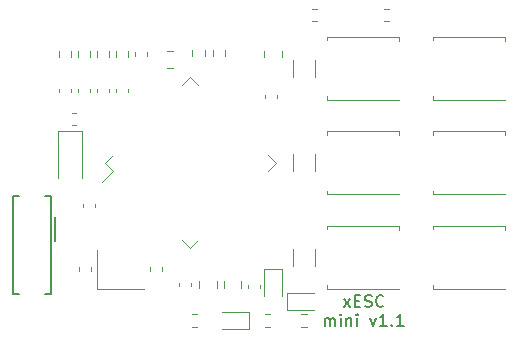
<source format=gto>
G04 #@! TF.GenerationSoftware,KiCad,Pcbnew,8.0.4+1*
G04 #@! TF.CreationDate,2024-10-07T15:19:18+00:00*
G04 #@! TF.ProjectId,xESC2,78455343-322e-46b6-9963-61645f706362,rev?*
G04 #@! TF.SameCoordinates,Original*
G04 #@! TF.FileFunction,Legend,Top*
G04 #@! TF.FilePolarity,Positive*
%FSLAX46Y46*%
G04 Gerber Fmt 4.6, Leading zero omitted, Abs format (unit mm)*
G04 Created by KiCad (PCBNEW 8.0.4+1) date 2024-10-07 15:19:18*
%MOMM*%
%LPD*%
G01*
G04 APERTURE LIST*
%ADD10C,0.150000*%
%ADD11C,0.120000*%
%ADD12R,0.850000X0.500000*%
%ADD13R,1.200000X0.900000*%
%ADD14R,1.400000X1.200000*%
%ADD15R,0.840000X0.840000*%
%ADD16C,0.840000*%
%ADD17O,1.850000X0.850000*%
%ADD18R,1.700000X1.700000*%
%ADD19O,1.700000X1.700000*%
G04 APERTURE END LIST*
D10*
X257409524Y-130599847D02*
X257933333Y-129933180D01*
X257409524Y-129933180D02*
X257933333Y-130599847D01*
X258314286Y-130076037D02*
X258647619Y-130076037D01*
X258790476Y-130599847D02*
X258314286Y-130599847D01*
X258314286Y-130599847D02*
X258314286Y-129599847D01*
X258314286Y-129599847D02*
X258790476Y-129599847D01*
X259171429Y-130552228D02*
X259314286Y-130599847D01*
X259314286Y-130599847D02*
X259552381Y-130599847D01*
X259552381Y-130599847D02*
X259647619Y-130552228D01*
X259647619Y-130552228D02*
X259695238Y-130504608D01*
X259695238Y-130504608D02*
X259742857Y-130409370D01*
X259742857Y-130409370D02*
X259742857Y-130314132D01*
X259742857Y-130314132D02*
X259695238Y-130218894D01*
X259695238Y-130218894D02*
X259647619Y-130171275D01*
X259647619Y-130171275D02*
X259552381Y-130123656D01*
X259552381Y-130123656D02*
X259361905Y-130076037D01*
X259361905Y-130076037D02*
X259266667Y-130028418D01*
X259266667Y-130028418D02*
X259219048Y-129980799D01*
X259219048Y-129980799D02*
X259171429Y-129885561D01*
X259171429Y-129885561D02*
X259171429Y-129790323D01*
X259171429Y-129790323D02*
X259219048Y-129695085D01*
X259219048Y-129695085D02*
X259266667Y-129647466D01*
X259266667Y-129647466D02*
X259361905Y-129599847D01*
X259361905Y-129599847D02*
X259600000Y-129599847D01*
X259600000Y-129599847D02*
X259742857Y-129647466D01*
X260742857Y-130504608D02*
X260695238Y-130552228D01*
X260695238Y-130552228D02*
X260552381Y-130599847D01*
X260552381Y-130599847D02*
X260457143Y-130599847D01*
X260457143Y-130599847D02*
X260314286Y-130552228D01*
X260314286Y-130552228D02*
X260219048Y-130456989D01*
X260219048Y-130456989D02*
X260171429Y-130361751D01*
X260171429Y-130361751D02*
X260123810Y-130171275D01*
X260123810Y-130171275D02*
X260123810Y-130028418D01*
X260123810Y-130028418D02*
X260171429Y-129837942D01*
X260171429Y-129837942D02*
X260219048Y-129742704D01*
X260219048Y-129742704D02*
X260314286Y-129647466D01*
X260314286Y-129647466D02*
X260457143Y-129599847D01*
X260457143Y-129599847D02*
X260552381Y-129599847D01*
X260552381Y-129599847D02*
X260695238Y-129647466D01*
X260695238Y-129647466D02*
X260742857Y-129695085D01*
X255790477Y-132209791D02*
X255790477Y-131543124D01*
X255790477Y-131638362D02*
X255838096Y-131590743D01*
X255838096Y-131590743D02*
X255933334Y-131543124D01*
X255933334Y-131543124D02*
X256076191Y-131543124D01*
X256076191Y-131543124D02*
X256171429Y-131590743D01*
X256171429Y-131590743D02*
X256219048Y-131685981D01*
X256219048Y-131685981D02*
X256219048Y-132209791D01*
X256219048Y-131685981D02*
X256266667Y-131590743D01*
X256266667Y-131590743D02*
X256361905Y-131543124D01*
X256361905Y-131543124D02*
X256504762Y-131543124D01*
X256504762Y-131543124D02*
X256600001Y-131590743D01*
X256600001Y-131590743D02*
X256647620Y-131685981D01*
X256647620Y-131685981D02*
X256647620Y-132209791D01*
X257123810Y-132209791D02*
X257123810Y-131543124D01*
X257123810Y-131209791D02*
X257076191Y-131257410D01*
X257076191Y-131257410D02*
X257123810Y-131305029D01*
X257123810Y-131305029D02*
X257171429Y-131257410D01*
X257171429Y-131257410D02*
X257123810Y-131209791D01*
X257123810Y-131209791D02*
X257123810Y-131305029D01*
X257600000Y-131543124D02*
X257600000Y-132209791D01*
X257600000Y-131638362D02*
X257647619Y-131590743D01*
X257647619Y-131590743D02*
X257742857Y-131543124D01*
X257742857Y-131543124D02*
X257885714Y-131543124D01*
X257885714Y-131543124D02*
X257980952Y-131590743D01*
X257980952Y-131590743D02*
X258028571Y-131685981D01*
X258028571Y-131685981D02*
X258028571Y-132209791D01*
X258504762Y-132209791D02*
X258504762Y-131543124D01*
X258504762Y-131209791D02*
X258457143Y-131257410D01*
X258457143Y-131257410D02*
X258504762Y-131305029D01*
X258504762Y-131305029D02*
X258552381Y-131257410D01*
X258552381Y-131257410D02*
X258504762Y-131209791D01*
X258504762Y-131209791D02*
X258504762Y-131305029D01*
X259647619Y-131543124D02*
X259885714Y-132209791D01*
X259885714Y-132209791D02*
X260123809Y-131543124D01*
X261028571Y-132209791D02*
X260457143Y-132209791D01*
X260742857Y-132209791D02*
X260742857Y-131209791D01*
X260742857Y-131209791D02*
X260647619Y-131352648D01*
X260647619Y-131352648D02*
X260552381Y-131447886D01*
X260552381Y-131447886D02*
X260457143Y-131495505D01*
X261457143Y-132114552D02*
X261504762Y-132162172D01*
X261504762Y-132162172D02*
X261457143Y-132209791D01*
X261457143Y-132209791D02*
X261409524Y-132162172D01*
X261409524Y-132162172D02*
X261457143Y-132114552D01*
X261457143Y-132114552D02*
X261457143Y-132209791D01*
X262457142Y-132209791D02*
X261885714Y-132209791D01*
X262171428Y-132209791D02*
X262171428Y-131209791D01*
X262171428Y-131209791D02*
X262076190Y-131352648D01*
X262076190Y-131352648D02*
X261980952Y-131447886D01*
X261980952Y-131447886D02*
X261885714Y-131495505D01*
D11*
X234990000Y-127540580D02*
X234990000Y-127259420D01*
X236010000Y-127540580D02*
X236010000Y-127259420D01*
X240990000Y-127259420D02*
X240990000Y-127540580D01*
X242010000Y-127259420D02*
X242010000Y-127540580D01*
X234690580Y-114190000D02*
X234409420Y-114190000D01*
X234690580Y-115210000D02*
X234409420Y-115210000D01*
X250665000Y-108938748D02*
X250665000Y-109461252D01*
X252135000Y-108938748D02*
X252135000Y-109461252D01*
X243450000Y-128559420D02*
X243450000Y-128840580D01*
X244470000Y-128559420D02*
X244470000Y-128840580D01*
X247225000Y-128971252D02*
X247225000Y-128448748D01*
X248695000Y-128971252D02*
X248695000Y-128448748D01*
X250690000Y-112940580D02*
X250690000Y-112659420D01*
X251710000Y-112940580D02*
X251710000Y-112659420D01*
X235290000Y-121859420D02*
X235290000Y-122140580D01*
X236310000Y-121859420D02*
X236310000Y-122140580D01*
X249290000Y-128759420D02*
X249290000Y-129040580D01*
X250310000Y-128759420D02*
X250310000Y-129040580D01*
X245145000Y-128971252D02*
X245145000Y-128448748D01*
X246615000Y-128971252D02*
X246615000Y-128448748D01*
X253802742Y-131237500D02*
X254277258Y-131237500D01*
X253802742Y-132282500D02*
X254277258Y-132282500D01*
X252555000Y-129425000D02*
X252555000Y-130895000D01*
X252555000Y-130895000D02*
X254840000Y-130895000D01*
X254840000Y-129425000D02*
X252555000Y-129425000D01*
X250665000Y-127415000D02*
X250665000Y-129700000D01*
X252135000Y-127415000D02*
X250665000Y-127415000D01*
X252135000Y-129700000D02*
X252135000Y-127415000D01*
X247040000Y-132495000D02*
X249325000Y-132495000D01*
X249325000Y-131025000D02*
X247040000Y-131025000D01*
X249325000Y-132495000D02*
X249325000Y-131025000D01*
X250702742Y-131237500D02*
X251177258Y-131237500D01*
X250702742Y-132282500D02*
X251177258Y-132282500D01*
X244502742Y-131237500D02*
X244977258Y-131237500D01*
X244502742Y-132282500D02*
X244977258Y-132282500D01*
X254662742Y-105377500D02*
X255137258Y-105377500D01*
X254662742Y-106422500D02*
X255137258Y-106422500D01*
X260762742Y-105377500D02*
X261237258Y-105377500D01*
X260762742Y-106422500D02*
X261237258Y-106422500D01*
X237173369Y-118400000D02*
X237845120Y-119071751D01*
X237845120Y-117728249D02*
X237173369Y-118400000D01*
X237845120Y-119071751D02*
X236897597Y-120019275D01*
X243728249Y-111845120D02*
X244400000Y-111173369D01*
X244400000Y-111173369D02*
X245071751Y-111845120D01*
X244400000Y-125626631D02*
X243728249Y-124954880D01*
X245071751Y-124954880D02*
X244400000Y-125626631D01*
X250954880Y-119071751D02*
X251626631Y-118400000D01*
X251626631Y-118400000D02*
X250954880Y-117728249D01*
X253090000Y-127111252D02*
X253090000Y-125688748D01*
X254910000Y-127111252D02*
X254910000Y-125688748D01*
X253090000Y-119111252D02*
X253090000Y-117688748D01*
X254910000Y-119111252D02*
X254910000Y-117688748D01*
X255940000Y-123715000D02*
X262060000Y-123715000D01*
X255940000Y-124015000D02*
X255940000Y-123715000D01*
X255940000Y-128785000D02*
X255940000Y-129085000D01*
X255940000Y-129085000D02*
X262060000Y-129085000D01*
X262060000Y-124065000D02*
X262060000Y-123715000D01*
X255940000Y-115715000D02*
X262060000Y-115715000D01*
X255940000Y-116015000D02*
X255940000Y-115715000D01*
X255940000Y-120785000D02*
X255940000Y-121085000D01*
X255940000Y-121085000D02*
X262060000Y-121085000D01*
X262060000Y-116065000D02*
X262060000Y-115715000D01*
X255940000Y-107715000D02*
X262060000Y-107715000D01*
X255940000Y-108015000D02*
X255940000Y-107715000D01*
X255940000Y-112785000D02*
X255940000Y-113085000D01*
X255940000Y-113085000D02*
X262060000Y-113085000D01*
X262060000Y-108065000D02*
X262060000Y-107715000D01*
X233200000Y-115750000D02*
X233200000Y-119650000D01*
X235200000Y-115750000D02*
X233200000Y-115750000D01*
X235200000Y-115750000D02*
X235200000Y-119650000D01*
X244577500Y-109337258D02*
X244577500Y-108862742D01*
X245622500Y-109337258D02*
X245622500Y-108862742D01*
X246277500Y-109337258D02*
X246277500Y-108862742D01*
X247322500Y-109337258D02*
X247322500Y-108862742D01*
X264940000Y-107715000D02*
X271060000Y-107715000D01*
X264940000Y-108015000D02*
X264940000Y-107715000D01*
X264940000Y-112785000D02*
X264940000Y-113085000D01*
X264940000Y-113085000D02*
X271060000Y-113085000D01*
X271060000Y-108065000D02*
X271060000Y-107715000D01*
X264940000Y-115715000D02*
X271060000Y-115715000D01*
X264940000Y-116015000D02*
X264940000Y-115715000D01*
X264940000Y-120785000D02*
X264940000Y-121085000D01*
X264940000Y-121085000D02*
X271060000Y-121085000D01*
X271060000Y-116065000D02*
X271060000Y-115715000D01*
X264940000Y-123715000D02*
X271060000Y-123715000D01*
X264940000Y-124015000D02*
X264940000Y-123715000D01*
X264940000Y-128785000D02*
X264940000Y-129085000D01*
X264940000Y-129085000D02*
X271060000Y-129085000D01*
X271060000Y-124065000D02*
X271060000Y-123715000D01*
X253090000Y-111111252D02*
X253090000Y-109688748D01*
X254910000Y-111111252D02*
X254910000Y-109688748D01*
X236500000Y-125750000D02*
X236500000Y-129050000D01*
X236500000Y-129050000D02*
X240500000Y-129050000D01*
X242388748Y-108915000D02*
X242911252Y-108915000D01*
X242388748Y-110385000D02*
X242911252Y-110385000D01*
X239690000Y-109340580D02*
X239690000Y-109059420D01*
X240710000Y-109340580D02*
X240710000Y-109059420D01*
X234877500Y-108962742D02*
X234877500Y-109437258D01*
X235922500Y-108962742D02*
X235922500Y-109437258D01*
X236477500Y-108962742D02*
X236477500Y-109437258D01*
X237522500Y-108962742D02*
X237522500Y-109437258D01*
X233290000Y-112159420D02*
X233290000Y-112440580D01*
X234310000Y-112159420D02*
X234310000Y-112440580D01*
X234890000Y-112159420D02*
X234890000Y-112440580D01*
X235910000Y-112159420D02*
X235910000Y-112440580D01*
X236490000Y-112159420D02*
X236490000Y-112440580D01*
X237510000Y-112159420D02*
X237510000Y-112440580D01*
X238077500Y-108962742D02*
X238077500Y-109437258D01*
X239122500Y-108962742D02*
X239122500Y-109437258D01*
X233277500Y-108962742D02*
X233277500Y-109437258D01*
X234322500Y-108962742D02*
X234322500Y-109437258D01*
X238090000Y-112159420D02*
X238090000Y-112440580D01*
X239110000Y-112159420D02*
X239110000Y-112440580D01*
D10*
X229400000Y-121175000D02*
X229400000Y-129475000D01*
X229400000Y-129475000D02*
X229875000Y-129475000D01*
X229875000Y-121175000D02*
X229400000Y-121175000D01*
X232125000Y-121175000D02*
X232600000Y-121175000D01*
X232600000Y-121175000D02*
X232600000Y-129475000D01*
X232600000Y-129475000D02*
X232125000Y-129475000D01*
X232900000Y-123025000D02*
X232900000Y-125025000D01*
%LPC*%
G36*
G01*
X235750000Y-128625000D02*
X235250000Y-128625000D01*
G75*
G02*
X235025000Y-128400000I0J225000D01*
G01*
X235025000Y-127950000D01*
G75*
G02*
X235250000Y-127725000I225000J0D01*
G01*
X235750000Y-127725000D01*
G75*
G02*
X235975000Y-127950000I0J-225000D01*
G01*
X235975000Y-128400000D01*
G75*
G02*
X235750000Y-128625000I-225000J0D01*
G01*
G37*
G36*
G01*
X235750000Y-127075000D02*
X235250000Y-127075000D01*
G75*
G02*
X235025000Y-126850000I0J225000D01*
G01*
X235025000Y-126400000D01*
G75*
G02*
X235250000Y-126175000I225000J0D01*
G01*
X235750000Y-126175000D01*
G75*
G02*
X235975000Y-126400000I0J-225000D01*
G01*
X235975000Y-126850000D01*
G75*
G02*
X235750000Y-127075000I-225000J0D01*
G01*
G37*
G36*
G01*
X241250000Y-126175000D02*
X241750000Y-126175000D01*
G75*
G02*
X241975000Y-126400000I0J-225000D01*
G01*
X241975000Y-126850000D01*
G75*
G02*
X241750000Y-127075000I-225000J0D01*
G01*
X241250000Y-127075000D01*
G75*
G02*
X241025000Y-126850000I0J225000D01*
G01*
X241025000Y-126400000D01*
G75*
G02*
X241250000Y-126175000I225000J0D01*
G01*
G37*
G36*
G01*
X241250000Y-127725000D02*
X241750000Y-127725000D01*
G75*
G02*
X241975000Y-127950000I0J-225000D01*
G01*
X241975000Y-128400000D01*
G75*
G02*
X241750000Y-128625000I-225000J0D01*
G01*
X241250000Y-128625000D01*
G75*
G02*
X241025000Y-128400000I0J225000D01*
G01*
X241025000Y-127950000D01*
G75*
G02*
X241250000Y-127725000I225000J0D01*
G01*
G37*
G36*
G01*
X235775000Y-114450000D02*
X235775000Y-114950000D01*
G75*
G02*
X235550000Y-115175000I-225000J0D01*
G01*
X235100000Y-115175000D01*
G75*
G02*
X234875000Y-114950000I0J225000D01*
G01*
X234875000Y-114450000D01*
G75*
G02*
X235100000Y-114225000I225000J0D01*
G01*
X235550000Y-114225000D01*
G75*
G02*
X235775000Y-114450000I0J-225000D01*
G01*
G37*
G36*
G01*
X234225000Y-114450000D02*
X234225000Y-114950000D01*
G75*
G02*
X234000000Y-115175000I-225000J0D01*
G01*
X233550000Y-115175000D01*
G75*
G02*
X233325000Y-114950000I0J225000D01*
G01*
X233325000Y-114450000D01*
G75*
G02*
X233550000Y-114225000I225000J0D01*
G01*
X234000000Y-114225000D01*
G75*
G02*
X234225000Y-114450000I0J-225000D01*
G01*
G37*
G36*
G01*
X250925000Y-107750000D02*
X251875000Y-107750000D01*
G75*
G02*
X252125000Y-108000000I0J-250000D01*
G01*
X252125000Y-108500000D01*
G75*
G02*
X251875000Y-108750000I-250000J0D01*
G01*
X250925000Y-108750000D01*
G75*
G02*
X250675000Y-108500000I0J250000D01*
G01*
X250675000Y-108000000D01*
G75*
G02*
X250925000Y-107750000I250000J0D01*
G01*
G37*
G36*
G01*
X250925000Y-109650000D02*
X251875000Y-109650000D01*
G75*
G02*
X252125000Y-109900000I0J-250000D01*
G01*
X252125000Y-110400000D01*
G75*
G02*
X251875000Y-110650000I-250000J0D01*
G01*
X250925000Y-110650000D01*
G75*
G02*
X250675000Y-110400000I0J250000D01*
G01*
X250675000Y-109900000D01*
G75*
G02*
X250925000Y-109650000I250000J0D01*
G01*
G37*
G36*
G01*
X243710000Y-127475000D02*
X244210000Y-127475000D01*
G75*
G02*
X244435000Y-127700000I0J-225000D01*
G01*
X244435000Y-128150000D01*
G75*
G02*
X244210000Y-128375000I-225000J0D01*
G01*
X243710000Y-128375000D01*
G75*
G02*
X243485000Y-128150000I0J225000D01*
G01*
X243485000Y-127700000D01*
G75*
G02*
X243710000Y-127475000I225000J0D01*
G01*
G37*
G36*
G01*
X243710000Y-129025000D02*
X244210000Y-129025000D01*
G75*
G02*
X244435000Y-129250000I0J-225000D01*
G01*
X244435000Y-129700000D01*
G75*
G02*
X244210000Y-129925000I-225000J0D01*
G01*
X243710000Y-129925000D01*
G75*
G02*
X243485000Y-129700000I0J225000D01*
G01*
X243485000Y-129250000D01*
G75*
G02*
X243710000Y-129025000I225000J0D01*
G01*
G37*
G36*
G01*
X248435000Y-130160000D02*
X247485000Y-130160000D01*
G75*
G02*
X247235000Y-129910000I0J250000D01*
G01*
X247235000Y-129410000D01*
G75*
G02*
X247485000Y-129160000I250000J0D01*
G01*
X248435000Y-129160000D01*
G75*
G02*
X248685000Y-129410000I0J-250000D01*
G01*
X248685000Y-129910000D01*
G75*
G02*
X248435000Y-130160000I-250000J0D01*
G01*
G37*
G36*
G01*
X248435000Y-128260000D02*
X247485000Y-128260000D01*
G75*
G02*
X247235000Y-128010000I0J250000D01*
G01*
X247235000Y-127510000D01*
G75*
G02*
X247485000Y-127260000I250000J0D01*
G01*
X248435000Y-127260000D01*
G75*
G02*
X248685000Y-127510000I0J-250000D01*
G01*
X248685000Y-128010000D01*
G75*
G02*
X248435000Y-128260000I-250000J0D01*
G01*
G37*
G36*
G01*
X251450000Y-114025000D02*
X250950000Y-114025000D01*
G75*
G02*
X250725000Y-113800000I0J225000D01*
G01*
X250725000Y-113350000D01*
G75*
G02*
X250950000Y-113125000I225000J0D01*
G01*
X251450000Y-113125000D01*
G75*
G02*
X251675000Y-113350000I0J-225000D01*
G01*
X251675000Y-113800000D01*
G75*
G02*
X251450000Y-114025000I-225000J0D01*
G01*
G37*
G36*
G01*
X251450000Y-112475000D02*
X250950000Y-112475000D01*
G75*
G02*
X250725000Y-112250000I0J225000D01*
G01*
X250725000Y-111800000D01*
G75*
G02*
X250950000Y-111575000I225000J0D01*
G01*
X251450000Y-111575000D01*
G75*
G02*
X251675000Y-111800000I0J-225000D01*
G01*
X251675000Y-112250000D01*
G75*
G02*
X251450000Y-112475000I-225000J0D01*
G01*
G37*
G36*
G01*
X235550000Y-120775000D02*
X236050000Y-120775000D01*
G75*
G02*
X236275000Y-121000000I0J-225000D01*
G01*
X236275000Y-121450000D01*
G75*
G02*
X236050000Y-121675000I-225000J0D01*
G01*
X235550000Y-121675000D01*
G75*
G02*
X235325000Y-121450000I0J225000D01*
G01*
X235325000Y-121000000D01*
G75*
G02*
X235550000Y-120775000I225000J0D01*
G01*
G37*
G36*
G01*
X235550000Y-122325000D02*
X236050000Y-122325000D01*
G75*
G02*
X236275000Y-122550000I0J-225000D01*
G01*
X236275000Y-123000000D01*
G75*
G02*
X236050000Y-123225000I-225000J0D01*
G01*
X235550000Y-123225000D01*
G75*
G02*
X235325000Y-123000000I0J225000D01*
G01*
X235325000Y-122550000D01*
G75*
G02*
X235550000Y-122325000I225000J0D01*
G01*
G37*
G36*
G01*
X249550000Y-127675000D02*
X250050000Y-127675000D01*
G75*
G02*
X250275000Y-127900000I0J-225000D01*
G01*
X250275000Y-128350000D01*
G75*
G02*
X250050000Y-128575000I-225000J0D01*
G01*
X249550000Y-128575000D01*
G75*
G02*
X249325000Y-128350000I0J225000D01*
G01*
X249325000Y-127900000D01*
G75*
G02*
X249550000Y-127675000I225000J0D01*
G01*
G37*
G36*
G01*
X249550000Y-129225000D02*
X250050000Y-129225000D01*
G75*
G02*
X250275000Y-129450000I0J-225000D01*
G01*
X250275000Y-129900000D01*
G75*
G02*
X250050000Y-130125000I-225000J0D01*
G01*
X249550000Y-130125000D01*
G75*
G02*
X249325000Y-129900000I0J225000D01*
G01*
X249325000Y-129450000D01*
G75*
G02*
X249550000Y-129225000I225000J0D01*
G01*
G37*
G36*
G01*
X246355000Y-130160000D02*
X245405000Y-130160000D01*
G75*
G02*
X245155000Y-129910000I0J250000D01*
G01*
X245155000Y-129410000D01*
G75*
G02*
X245405000Y-129160000I250000J0D01*
G01*
X246355000Y-129160000D01*
G75*
G02*
X246605000Y-129410000I0J-250000D01*
G01*
X246605000Y-129910000D01*
G75*
G02*
X246355000Y-130160000I-250000J0D01*
G01*
G37*
G36*
G01*
X246355000Y-128260000D02*
X245405000Y-128260000D01*
G75*
G02*
X245155000Y-128010000I0J250000D01*
G01*
X245155000Y-127510000D01*
G75*
G02*
X245405000Y-127260000I250000J0D01*
G01*
X246355000Y-127260000D01*
G75*
G02*
X246605000Y-127510000I0J-250000D01*
G01*
X246605000Y-128010000D01*
G75*
G02*
X246355000Y-128260000I-250000J0D01*
G01*
G37*
G36*
G01*
X252815000Y-132035000D02*
X252815000Y-131485000D01*
G75*
G02*
X253015000Y-131285000I200000J0D01*
G01*
X253415000Y-131285000D01*
G75*
G02*
X253615000Y-131485000I0J-200000D01*
G01*
X253615000Y-132035000D01*
G75*
G02*
X253415000Y-132235000I-200000J0D01*
G01*
X253015000Y-132235000D01*
G75*
G02*
X252815000Y-132035000I0J200000D01*
G01*
G37*
G36*
G01*
X254465000Y-132035000D02*
X254465000Y-131485000D01*
G75*
G02*
X254665000Y-131285000I200000J0D01*
G01*
X255065000Y-131285000D01*
G75*
G02*
X255265000Y-131485000I0J-200000D01*
G01*
X255265000Y-132035000D01*
G75*
G02*
X255065000Y-132235000I-200000J0D01*
G01*
X254665000Y-132235000D01*
G75*
G02*
X254465000Y-132035000I0J200000D01*
G01*
G37*
G36*
G01*
X252815000Y-130416250D02*
X252815000Y-129903750D01*
G75*
G02*
X253033750Y-129685000I218750J0D01*
G01*
X253471250Y-129685000D01*
G75*
G02*
X253690000Y-129903750I0J-218750D01*
G01*
X253690000Y-130416250D01*
G75*
G02*
X253471250Y-130635000I-218750J0D01*
G01*
X253033750Y-130635000D01*
G75*
G02*
X252815000Y-130416250I0J218750D01*
G01*
G37*
G36*
G01*
X254390000Y-130416250D02*
X254390000Y-129903750D01*
G75*
G02*
X254608750Y-129685000I218750J0D01*
G01*
X255046250Y-129685000D01*
G75*
G02*
X255265000Y-129903750I0J-218750D01*
G01*
X255265000Y-130416250D01*
G75*
G02*
X255046250Y-130635000I-218750J0D01*
G01*
X254608750Y-130635000D01*
G75*
G02*
X254390000Y-130416250I0J218750D01*
G01*
G37*
G36*
G01*
X251143750Y-127675000D02*
X251656250Y-127675000D01*
G75*
G02*
X251875000Y-127893750I0J-218750D01*
G01*
X251875000Y-128331250D01*
G75*
G02*
X251656250Y-128550000I-218750J0D01*
G01*
X251143750Y-128550000D01*
G75*
G02*
X250925000Y-128331250I0J218750D01*
G01*
X250925000Y-127893750D01*
G75*
G02*
X251143750Y-127675000I218750J0D01*
G01*
G37*
G36*
G01*
X251143750Y-129250000D02*
X251656250Y-129250000D01*
G75*
G02*
X251875000Y-129468750I0J-218750D01*
G01*
X251875000Y-129906250D01*
G75*
G02*
X251656250Y-130125000I-218750J0D01*
G01*
X251143750Y-130125000D01*
G75*
G02*
X250925000Y-129906250I0J218750D01*
G01*
X250925000Y-129468750D01*
G75*
G02*
X251143750Y-129250000I218750J0D01*
G01*
G37*
G36*
G01*
X249065000Y-131503750D02*
X249065000Y-132016250D01*
G75*
G02*
X248846250Y-132235000I-218750J0D01*
G01*
X248408750Y-132235000D01*
G75*
G02*
X248190000Y-132016250I0J218750D01*
G01*
X248190000Y-131503750D01*
G75*
G02*
X248408750Y-131285000I218750J0D01*
G01*
X248846250Y-131285000D01*
G75*
G02*
X249065000Y-131503750I0J-218750D01*
G01*
G37*
G36*
G01*
X247490000Y-131503750D02*
X247490000Y-132016250D01*
G75*
G02*
X247271250Y-132235000I-218750J0D01*
G01*
X246833750Y-132235000D01*
G75*
G02*
X246615000Y-132016250I0J218750D01*
G01*
X246615000Y-131503750D01*
G75*
G02*
X246833750Y-131285000I218750J0D01*
G01*
X247271250Y-131285000D01*
G75*
G02*
X247490000Y-131503750I0J-218750D01*
G01*
G37*
G36*
G01*
X249715000Y-132035000D02*
X249715000Y-131485000D01*
G75*
G02*
X249915000Y-131285000I200000J0D01*
G01*
X250315000Y-131285000D01*
G75*
G02*
X250515000Y-131485000I0J-200000D01*
G01*
X250515000Y-132035000D01*
G75*
G02*
X250315000Y-132235000I-200000J0D01*
G01*
X249915000Y-132235000D01*
G75*
G02*
X249715000Y-132035000I0J200000D01*
G01*
G37*
G36*
G01*
X251365000Y-132035000D02*
X251365000Y-131485000D01*
G75*
G02*
X251565000Y-131285000I200000J0D01*
G01*
X251965000Y-131285000D01*
G75*
G02*
X252165000Y-131485000I0J-200000D01*
G01*
X252165000Y-132035000D01*
G75*
G02*
X251965000Y-132235000I-200000J0D01*
G01*
X251565000Y-132235000D01*
G75*
G02*
X251365000Y-132035000I0J200000D01*
G01*
G37*
G36*
G01*
X243515000Y-132035000D02*
X243515000Y-131485000D01*
G75*
G02*
X243715000Y-131285000I200000J0D01*
G01*
X244115000Y-131285000D01*
G75*
G02*
X244315000Y-131485000I0J-200000D01*
G01*
X244315000Y-132035000D01*
G75*
G02*
X244115000Y-132235000I-200000J0D01*
G01*
X243715000Y-132235000D01*
G75*
G02*
X243515000Y-132035000I0J200000D01*
G01*
G37*
G36*
G01*
X245165000Y-132035000D02*
X245165000Y-131485000D01*
G75*
G02*
X245365000Y-131285000I200000J0D01*
G01*
X245765000Y-131285000D01*
G75*
G02*
X245965000Y-131485000I0J-200000D01*
G01*
X245965000Y-132035000D01*
G75*
G02*
X245765000Y-132235000I-200000J0D01*
G01*
X245365000Y-132235000D01*
G75*
G02*
X245165000Y-132035000I0J200000D01*
G01*
G37*
G36*
G01*
X253675000Y-106175000D02*
X253675000Y-105625000D01*
G75*
G02*
X253875000Y-105425000I200000J0D01*
G01*
X254275000Y-105425000D01*
G75*
G02*
X254475000Y-105625000I0J-200000D01*
G01*
X254475000Y-106175000D01*
G75*
G02*
X254275000Y-106375000I-200000J0D01*
G01*
X253875000Y-106375000D01*
G75*
G02*
X253675000Y-106175000I0J200000D01*
G01*
G37*
G36*
G01*
X255325000Y-106175000D02*
X255325000Y-105625000D01*
G75*
G02*
X255525000Y-105425000I200000J0D01*
G01*
X255925000Y-105425000D01*
G75*
G02*
X256125000Y-105625000I0J-200000D01*
G01*
X256125000Y-106175000D01*
G75*
G02*
X255925000Y-106375000I-200000J0D01*
G01*
X255525000Y-106375000D01*
G75*
G02*
X255325000Y-106175000I0J200000D01*
G01*
G37*
G36*
G01*
X259775000Y-106175000D02*
X259775000Y-105625000D01*
G75*
G02*
X259975000Y-105425000I200000J0D01*
G01*
X260375000Y-105425000D01*
G75*
G02*
X260575000Y-105625000I0J-200000D01*
G01*
X260575000Y-106175000D01*
G75*
G02*
X260375000Y-106375000I-200000J0D01*
G01*
X259975000Y-106375000D01*
G75*
G02*
X259775000Y-106175000I0J200000D01*
G01*
G37*
G36*
G01*
X261425000Y-106175000D02*
X261425000Y-105625000D01*
G75*
G02*
X261625000Y-105425000I200000J0D01*
G01*
X262025000Y-105425000D01*
G75*
G02*
X262225000Y-105625000I0J-200000D01*
G01*
X262225000Y-106175000D01*
G75*
G02*
X262025000Y-106375000I-200000J0D01*
G01*
X261625000Y-106375000D01*
G75*
G02*
X261425000Y-106175000I0J200000D01*
G01*
G37*
G36*
G01*
X237240544Y-120362222D02*
X237134478Y-120256156D01*
G75*
G02*
X237134478Y-120150090I53033J53033D01*
G01*
X238124428Y-119160140D01*
G75*
G02*
X238230494Y-119160140I53033J-53033D01*
G01*
X238336560Y-119266206D01*
G75*
G02*
X238336560Y-119372272I-53033J-53033D01*
G01*
X237346610Y-120362222D01*
G75*
G02*
X237240544Y-120362222I-53033J53033D01*
G01*
G37*
G36*
G01*
X237594097Y-120715775D02*
X237488031Y-120609709D01*
G75*
G02*
X237488031Y-120503643I53033J53033D01*
G01*
X238477981Y-119513693D01*
G75*
G02*
X238584047Y-119513693I53033J-53033D01*
G01*
X238690113Y-119619759D01*
G75*
G02*
X238690113Y-119725825I-53033J-53033D01*
G01*
X237700163Y-120715775D01*
G75*
G02*
X237594097Y-120715775I-53033J53033D01*
G01*
G37*
G36*
G01*
X237947650Y-121069328D02*
X237841584Y-120963262D01*
G75*
G02*
X237841584Y-120857196I53033J53033D01*
G01*
X238831534Y-119867246D01*
G75*
G02*
X238937600Y-119867246I53033J-53033D01*
G01*
X239043666Y-119973312D01*
G75*
G02*
X239043666Y-120079378I-53033J-53033D01*
G01*
X238053716Y-121069328D01*
G75*
G02*
X237947650Y-121069328I-53033J53033D01*
G01*
G37*
G36*
G01*
X238301204Y-121422882D02*
X238195138Y-121316816D01*
G75*
G02*
X238195138Y-121210750I53033J53033D01*
G01*
X239185088Y-120220800D01*
G75*
G02*
X239291154Y-120220800I53033J-53033D01*
G01*
X239397220Y-120326866D01*
G75*
G02*
X239397220Y-120432932I-53033J-53033D01*
G01*
X238407270Y-121422882D01*
G75*
G02*
X238301204Y-121422882I-53033J53033D01*
G01*
G37*
G36*
G01*
X238654757Y-121776435D02*
X238548691Y-121670369D01*
G75*
G02*
X238548691Y-121564303I53033J53033D01*
G01*
X239538641Y-120574353D01*
G75*
G02*
X239644707Y-120574353I53033J-53033D01*
G01*
X239750773Y-120680419D01*
G75*
G02*
X239750773Y-120786485I-53033J-53033D01*
G01*
X238760823Y-121776435D01*
G75*
G02*
X238654757Y-121776435I-53033J53033D01*
G01*
G37*
G36*
G01*
X239008311Y-122129989D02*
X238902245Y-122023923D01*
G75*
G02*
X238902245Y-121917857I53033J53033D01*
G01*
X239892195Y-120927907D01*
G75*
G02*
X239998261Y-120927907I53033J-53033D01*
G01*
X240104327Y-121033973D01*
G75*
G02*
X240104327Y-121140039I-53033J-53033D01*
G01*
X239114377Y-122129989D01*
G75*
G02*
X239008311Y-122129989I-53033J53033D01*
G01*
G37*
G36*
G01*
X239361864Y-122483542D02*
X239255798Y-122377476D01*
G75*
G02*
X239255798Y-122271410I53033J53033D01*
G01*
X240245748Y-121281460D01*
G75*
G02*
X240351814Y-121281460I53033J-53033D01*
G01*
X240457880Y-121387526D01*
G75*
G02*
X240457880Y-121493592I-53033J-53033D01*
G01*
X239467930Y-122483542D01*
G75*
G02*
X239361864Y-122483542I-53033J53033D01*
G01*
G37*
G36*
G01*
X239715417Y-122837095D02*
X239609351Y-122731029D01*
G75*
G02*
X239609351Y-122624963I53033J53033D01*
G01*
X240599301Y-121635013D01*
G75*
G02*
X240705367Y-121635013I53033J-53033D01*
G01*
X240811433Y-121741079D01*
G75*
G02*
X240811433Y-121847145I-53033J-53033D01*
G01*
X239821483Y-122837095D01*
G75*
G02*
X239715417Y-122837095I-53033J53033D01*
G01*
G37*
G36*
G01*
X240068971Y-123190649D02*
X239962905Y-123084583D01*
G75*
G02*
X239962905Y-122978517I53033J53033D01*
G01*
X240952855Y-121988567D01*
G75*
G02*
X241058921Y-121988567I53033J-53033D01*
G01*
X241164987Y-122094633D01*
G75*
G02*
X241164987Y-122200699I-53033J-53033D01*
G01*
X240175037Y-123190649D01*
G75*
G02*
X240068971Y-123190649I-53033J53033D01*
G01*
G37*
G36*
G01*
X240422524Y-123544202D02*
X240316458Y-123438136D01*
G75*
G02*
X240316458Y-123332070I53033J53033D01*
G01*
X241306408Y-122342120D01*
G75*
G02*
X241412474Y-122342120I53033J-53033D01*
G01*
X241518540Y-122448186D01*
G75*
G02*
X241518540Y-122554252I-53033J-53033D01*
G01*
X240528590Y-123544202D01*
G75*
G02*
X240422524Y-123544202I-53033J53033D01*
G01*
G37*
G36*
G01*
X240776077Y-123897755D02*
X240670011Y-123791689D01*
G75*
G02*
X240670011Y-123685623I53033J53033D01*
G01*
X241659961Y-122695673D01*
G75*
G02*
X241766027Y-122695673I53033J-53033D01*
G01*
X241872093Y-122801739D01*
G75*
G02*
X241872093Y-122907805I-53033J-53033D01*
G01*
X240882143Y-123897755D01*
G75*
G02*
X240776077Y-123897755I-53033J53033D01*
G01*
G37*
G36*
G01*
X241129631Y-124251309D02*
X241023565Y-124145243D01*
G75*
G02*
X241023565Y-124039177I53033J53033D01*
G01*
X242013515Y-123049227D01*
G75*
G02*
X242119581Y-123049227I53033J-53033D01*
G01*
X242225647Y-123155293D01*
G75*
G02*
X242225647Y-123261359I-53033J-53033D01*
G01*
X241235697Y-124251309D01*
G75*
G02*
X241129631Y-124251309I-53033J53033D01*
G01*
G37*
G36*
G01*
X241483184Y-124604862D02*
X241377118Y-124498796D01*
G75*
G02*
X241377118Y-124392730I53033J53033D01*
G01*
X242367068Y-123402780D01*
G75*
G02*
X242473134Y-123402780I53033J-53033D01*
G01*
X242579200Y-123508846D01*
G75*
G02*
X242579200Y-123614912I-53033J-53033D01*
G01*
X241589250Y-124604862D01*
G75*
G02*
X241483184Y-124604862I-53033J53033D01*
G01*
G37*
G36*
G01*
X241836738Y-124958416D02*
X241730672Y-124852350D01*
G75*
G02*
X241730672Y-124746284I53033J53033D01*
G01*
X242720622Y-123756334D01*
G75*
G02*
X242826688Y-123756334I53033J-53033D01*
G01*
X242932754Y-123862400D01*
G75*
G02*
X242932754Y-123968466I-53033J-53033D01*
G01*
X241942804Y-124958416D01*
G75*
G02*
X241836738Y-124958416I-53033J53033D01*
G01*
G37*
G36*
G01*
X242190291Y-125311969D02*
X242084225Y-125205903D01*
G75*
G02*
X242084225Y-125099837I53033J53033D01*
G01*
X243074175Y-124109887D01*
G75*
G02*
X243180241Y-124109887I53033J-53033D01*
G01*
X243286307Y-124215953D01*
G75*
G02*
X243286307Y-124322019I-53033J-53033D01*
G01*
X242296357Y-125311969D01*
G75*
G02*
X242190291Y-125311969I-53033J53033D01*
G01*
G37*
G36*
G01*
X242543844Y-125665522D02*
X242437778Y-125559456D01*
G75*
G02*
X242437778Y-125453390I53033J53033D01*
G01*
X243427728Y-124463440D01*
G75*
G02*
X243533794Y-124463440I53033J-53033D01*
G01*
X243639860Y-124569506D01*
G75*
G02*
X243639860Y-124675572I-53033J-53033D01*
G01*
X242649910Y-125665522D01*
G75*
G02*
X242543844Y-125665522I-53033J53033D01*
G01*
G37*
G36*
G01*
X246150090Y-125665522D02*
X245160140Y-124675572D01*
G75*
G02*
X245160140Y-124569506I53033J53033D01*
G01*
X245266206Y-124463440D01*
G75*
G02*
X245372272Y-124463440I53033J-53033D01*
G01*
X246362222Y-125453390D01*
G75*
G02*
X246362222Y-125559456I-53033J-53033D01*
G01*
X246256156Y-125665522D01*
G75*
G02*
X246150090Y-125665522I-53033J53033D01*
G01*
G37*
G36*
G01*
X246503643Y-125311969D02*
X245513693Y-124322019D01*
G75*
G02*
X245513693Y-124215953I53033J53033D01*
G01*
X245619759Y-124109887D01*
G75*
G02*
X245725825Y-124109887I53033J-53033D01*
G01*
X246715775Y-125099837D01*
G75*
G02*
X246715775Y-125205903I-53033J-53033D01*
G01*
X246609709Y-125311969D01*
G75*
G02*
X246503643Y-125311969I-53033J53033D01*
G01*
G37*
G36*
G01*
X246857196Y-124958416D02*
X245867246Y-123968466D01*
G75*
G02*
X245867246Y-123862400I53033J53033D01*
G01*
X245973312Y-123756334D01*
G75*
G02*
X246079378Y-123756334I53033J-53033D01*
G01*
X247069328Y-124746284D01*
G75*
G02*
X247069328Y-124852350I-53033J-53033D01*
G01*
X246963262Y-124958416D01*
G75*
G02*
X246857196Y-124958416I-53033J53033D01*
G01*
G37*
G36*
G01*
X247210750Y-124604862D02*
X246220800Y-123614912D01*
G75*
G02*
X246220800Y-123508846I53033J53033D01*
G01*
X246326866Y-123402780D01*
G75*
G02*
X246432932Y-123402780I53033J-53033D01*
G01*
X247422882Y-124392730D01*
G75*
G02*
X247422882Y-124498796I-53033J-53033D01*
G01*
X247316816Y-124604862D01*
G75*
G02*
X247210750Y-124604862I-53033J53033D01*
G01*
G37*
G36*
G01*
X247564303Y-124251309D02*
X246574353Y-123261359D01*
G75*
G02*
X246574353Y-123155293I53033J53033D01*
G01*
X246680419Y-123049227D01*
G75*
G02*
X246786485Y-123049227I53033J-53033D01*
G01*
X247776435Y-124039177D01*
G75*
G02*
X247776435Y-124145243I-53033J-53033D01*
G01*
X247670369Y-124251309D01*
G75*
G02*
X247564303Y-124251309I-53033J53033D01*
G01*
G37*
G36*
G01*
X247917857Y-123897755D02*
X246927907Y-122907805D01*
G75*
G02*
X246927907Y-122801739I53033J53033D01*
G01*
X247033973Y-122695673D01*
G75*
G02*
X247140039Y-122695673I53033J-53033D01*
G01*
X248129989Y-123685623D01*
G75*
G02*
X248129989Y-123791689I-53033J-53033D01*
G01*
X248023923Y-123897755D01*
G75*
G02*
X247917857Y-123897755I-53033J53033D01*
G01*
G37*
G36*
G01*
X248271410Y-123544202D02*
X247281460Y-122554252D01*
G75*
G02*
X247281460Y-122448186I53033J53033D01*
G01*
X247387526Y-122342120D01*
G75*
G02*
X247493592Y-122342120I53033J-53033D01*
G01*
X248483542Y-123332070D01*
G75*
G02*
X248483542Y-123438136I-53033J-53033D01*
G01*
X248377476Y-123544202D01*
G75*
G02*
X248271410Y-123544202I-53033J53033D01*
G01*
G37*
G36*
G01*
X248624963Y-123190649D02*
X247635013Y-122200699D01*
G75*
G02*
X247635013Y-122094633I53033J53033D01*
G01*
X247741079Y-121988567D01*
G75*
G02*
X247847145Y-121988567I53033J-53033D01*
G01*
X248837095Y-122978517D01*
G75*
G02*
X248837095Y-123084583I-53033J-53033D01*
G01*
X248731029Y-123190649D01*
G75*
G02*
X248624963Y-123190649I-53033J53033D01*
G01*
G37*
G36*
G01*
X248978517Y-122837095D02*
X247988567Y-121847145D01*
G75*
G02*
X247988567Y-121741079I53033J53033D01*
G01*
X248094633Y-121635013D01*
G75*
G02*
X248200699Y-121635013I53033J-53033D01*
G01*
X249190649Y-122624963D01*
G75*
G02*
X249190649Y-122731029I-53033J-53033D01*
G01*
X249084583Y-122837095D01*
G75*
G02*
X248978517Y-122837095I-53033J53033D01*
G01*
G37*
G36*
G01*
X249332070Y-122483542D02*
X248342120Y-121493592D01*
G75*
G02*
X248342120Y-121387526I53033J53033D01*
G01*
X248448186Y-121281460D01*
G75*
G02*
X248554252Y-121281460I53033J-53033D01*
G01*
X249544202Y-122271410D01*
G75*
G02*
X249544202Y-122377476I-53033J-53033D01*
G01*
X249438136Y-122483542D01*
G75*
G02*
X249332070Y-122483542I-53033J53033D01*
G01*
G37*
G36*
G01*
X249685623Y-122129989D02*
X248695673Y-121140039D01*
G75*
G02*
X248695673Y-121033973I53033J53033D01*
G01*
X248801739Y-120927907D01*
G75*
G02*
X248907805Y-120927907I53033J-53033D01*
G01*
X249897755Y-121917857D01*
G75*
G02*
X249897755Y-122023923I-53033J-53033D01*
G01*
X249791689Y-122129989D01*
G75*
G02*
X249685623Y-122129989I-53033J53033D01*
G01*
G37*
G36*
G01*
X250039177Y-121776435D02*
X249049227Y-120786485D01*
G75*
G02*
X249049227Y-120680419I53033J53033D01*
G01*
X249155293Y-120574353D01*
G75*
G02*
X249261359Y-120574353I53033J-53033D01*
G01*
X250251309Y-121564303D01*
G75*
G02*
X250251309Y-121670369I-53033J-53033D01*
G01*
X250145243Y-121776435D01*
G75*
G02*
X250039177Y-121776435I-53033J53033D01*
G01*
G37*
G36*
G01*
X250392730Y-121422882D02*
X249402780Y-120432932D01*
G75*
G02*
X249402780Y-120326866I53033J53033D01*
G01*
X249508846Y-120220800D01*
G75*
G02*
X249614912Y-120220800I53033J-53033D01*
G01*
X250604862Y-121210750D01*
G75*
G02*
X250604862Y-121316816I-53033J-53033D01*
G01*
X250498796Y-121422882D01*
G75*
G02*
X250392730Y-121422882I-53033J53033D01*
G01*
G37*
G36*
G01*
X250746284Y-121069328D02*
X249756334Y-120079378D01*
G75*
G02*
X249756334Y-119973312I53033J53033D01*
G01*
X249862400Y-119867246D01*
G75*
G02*
X249968466Y-119867246I53033J-53033D01*
G01*
X250958416Y-120857196D01*
G75*
G02*
X250958416Y-120963262I-53033J-53033D01*
G01*
X250852350Y-121069328D01*
G75*
G02*
X250746284Y-121069328I-53033J53033D01*
G01*
G37*
G36*
G01*
X251099837Y-120715775D02*
X250109887Y-119725825D01*
G75*
G02*
X250109887Y-119619759I53033J53033D01*
G01*
X250215953Y-119513693D01*
G75*
G02*
X250322019Y-119513693I53033J-53033D01*
G01*
X251311969Y-120503643D01*
G75*
G02*
X251311969Y-120609709I-53033J-53033D01*
G01*
X251205903Y-120715775D01*
G75*
G02*
X251099837Y-120715775I-53033J53033D01*
G01*
G37*
G36*
G01*
X251453390Y-120362222D02*
X250463440Y-119372272D01*
G75*
G02*
X250463440Y-119266206I53033J53033D01*
G01*
X250569506Y-119160140D01*
G75*
G02*
X250675572Y-119160140I53033J-53033D01*
G01*
X251665522Y-120150090D01*
G75*
G02*
X251665522Y-120256156I-53033J-53033D01*
G01*
X251559456Y-120362222D01*
G75*
G02*
X251453390Y-120362222I-53033J53033D01*
G01*
G37*
G36*
G01*
X250569506Y-117639860D02*
X250463440Y-117533794D01*
G75*
G02*
X250463440Y-117427728I53033J53033D01*
G01*
X251453390Y-116437778D01*
G75*
G02*
X251559456Y-116437778I53033J-53033D01*
G01*
X251665522Y-116543844D01*
G75*
G02*
X251665522Y-116649910I-53033J-53033D01*
G01*
X250675572Y-117639860D01*
G75*
G02*
X250569506Y-117639860I-53033J53033D01*
G01*
G37*
G36*
G01*
X250215953Y-117286307D02*
X250109887Y-117180241D01*
G75*
G02*
X250109887Y-117074175I53033J53033D01*
G01*
X251099837Y-116084225D01*
G75*
G02*
X251205903Y-116084225I53033J-53033D01*
G01*
X251311969Y-116190291D01*
G75*
G02*
X251311969Y-116296357I-53033J-53033D01*
G01*
X250322019Y-117286307D01*
G75*
G02*
X250215953Y-117286307I-53033J53033D01*
G01*
G37*
G36*
G01*
X249862400Y-116932754D02*
X249756334Y-116826688D01*
G75*
G02*
X249756334Y-116720622I53033J53033D01*
G01*
X250746284Y-115730672D01*
G75*
G02*
X250852350Y-115730672I53033J-53033D01*
G01*
X250958416Y-115836738D01*
G75*
G02*
X250958416Y-115942804I-53033J-53033D01*
G01*
X249968466Y-116932754D01*
G75*
G02*
X249862400Y-116932754I-53033J53033D01*
G01*
G37*
G36*
G01*
X249508846Y-116579200D02*
X249402780Y-116473134D01*
G75*
G02*
X249402780Y-116367068I53033J53033D01*
G01*
X250392730Y-115377118D01*
G75*
G02*
X250498796Y-115377118I53033J-53033D01*
G01*
X250604862Y-115483184D01*
G75*
G02*
X250604862Y-115589250I-53033J-53033D01*
G01*
X249614912Y-116579200D01*
G75*
G02*
X249508846Y-116579200I-53033J53033D01*
G01*
G37*
G36*
G01*
X249155293Y-116225647D02*
X249049227Y-116119581D01*
G75*
G02*
X249049227Y-116013515I53033J53033D01*
G01*
X250039177Y-115023565D01*
G75*
G02*
X250145243Y-115023565I53033J-53033D01*
G01*
X250251309Y-115129631D01*
G75*
G02*
X250251309Y-115235697I-53033J-53033D01*
G01*
X249261359Y-116225647D01*
G75*
G02*
X249155293Y-116225647I-53033J53033D01*
G01*
G37*
G36*
G01*
X248801739Y-115872093D02*
X248695673Y-115766027D01*
G75*
G02*
X248695673Y-115659961I53033J53033D01*
G01*
X249685623Y-114670011D01*
G75*
G02*
X249791689Y-114670011I53033J-53033D01*
G01*
X249897755Y-114776077D01*
G75*
G02*
X249897755Y-114882143I-53033J-53033D01*
G01*
X248907805Y-115872093D01*
G75*
G02*
X248801739Y-115872093I-53033J53033D01*
G01*
G37*
G36*
G01*
X248448186Y-115518540D02*
X248342120Y-115412474D01*
G75*
G02*
X248342120Y-115306408I53033J53033D01*
G01*
X249332070Y-114316458D01*
G75*
G02*
X249438136Y-114316458I53033J-53033D01*
G01*
X249544202Y-114422524D01*
G75*
G02*
X249544202Y-114528590I-53033J-53033D01*
G01*
X248554252Y-115518540D01*
G75*
G02*
X248448186Y-115518540I-53033J53033D01*
G01*
G37*
G36*
G01*
X248094633Y-115164987D02*
X247988567Y-115058921D01*
G75*
G02*
X247988567Y-114952855I53033J53033D01*
G01*
X248978517Y-113962905D01*
G75*
G02*
X249084583Y-113962905I53033J-53033D01*
G01*
X249190649Y-114068971D01*
G75*
G02*
X249190649Y-114175037I-53033J-53033D01*
G01*
X248200699Y-115164987D01*
G75*
G02*
X248094633Y-115164987I-53033J53033D01*
G01*
G37*
G36*
G01*
X247741079Y-114811433D02*
X247635013Y-114705367D01*
G75*
G02*
X247635013Y-114599301I53033J53033D01*
G01*
X248624963Y-113609351D01*
G75*
G02*
X248731029Y-113609351I53033J-53033D01*
G01*
X248837095Y-113715417D01*
G75*
G02*
X248837095Y-113821483I-53033J-53033D01*
G01*
X247847145Y-114811433D01*
G75*
G02*
X247741079Y-114811433I-53033J53033D01*
G01*
G37*
G36*
G01*
X247387526Y-114457880D02*
X247281460Y-114351814D01*
G75*
G02*
X247281460Y-114245748I53033J53033D01*
G01*
X248271410Y-113255798D01*
G75*
G02*
X248377476Y-113255798I53033J-53033D01*
G01*
X248483542Y-113361864D01*
G75*
G02*
X248483542Y-113467930I-53033J-53033D01*
G01*
X247493592Y-114457880D01*
G75*
G02*
X247387526Y-114457880I-53033J53033D01*
G01*
G37*
G36*
G01*
X247033973Y-114104327D02*
X246927907Y-113998261D01*
G75*
G02*
X246927907Y-113892195I53033J53033D01*
G01*
X247917857Y-112902245D01*
G75*
G02*
X248023923Y-112902245I53033J-53033D01*
G01*
X248129989Y-113008311D01*
G75*
G02*
X248129989Y-113114377I-53033J-53033D01*
G01*
X247140039Y-114104327D01*
G75*
G02*
X247033973Y-114104327I-53033J53033D01*
G01*
G37*
G36*
G01*
X246680419Y-113750773D02*
X246574353Y-113644707D01*
G75*
G02*
X246574353Y-113538641I53033J53033D01*
G01*
X247564303Y-112548691D01*
G75*
G02*
X247670369Y-112548691I53033J-53033D01*
G01*
X247776435Y-112654757D01*
G75*
G02*
X247776435Y-112760823I-53033J-53033D01*
G01*
X246786485Y-113750773D01*
G75*
G02*
X246680419Y-113750773I-53033J53033D01*
G01*
G37*
G36*
G01*
X246326866Y-113397220D02*
X246220800Y-113291154D01*
G75*
G02*
X246220800Y-113185088I53033J53033D01*
G01*
X247210750Y-112195138D01*
G75*
G02*
X247316816Y-112195138I53033J-53033D01*
G01*
X247422882Y-112301204D01*
G75*
G02*
X247422882Y-112407270I-53033J-53033D01*
G01*
X246432932Y-113397220D01*
G75*
G02*
X246326866Y-113397220I-53033J53033D01*
G01*
G37*
G36*
G01*
X245973312Y-113043666D02*
X245867246Y-112937600D01*
G75*
G02*
X245867246Y-112831534I53033J53033D01*
G01*
X246857196Y-111841584D01*
G75*
G02*
X246963262Y-111841584I53033J-53033D01*
G01*
X247069328Y-111947650D01*
G75*
G02*
X247069328Y-112053716I-53033J-53033D01*
G01*
X246079378Y-113043666D01*
G75*
G02*
X245973312Y-113043666I-53033J53033D01*
G01*
G37*
G36*
G01*
X245619759Y-112690113D02*
X245513693Y-112584047D01*
G75*
G02*
X245513693Y-112477981I53033J53033D01*
G01*
X246503643Y-111488031D01*
G75*
G02*
X246609709Y-111488031I53033J-53033D01*
G01*
X246715775Y-111594097D01*
G75*
G02*
X246715775Y-111700163I-53033J-53033D01*
G01*
X245725825Y-112690113D01*
G75*
G02*
X245619759Y-112690113I-53033J53033D01*
G01*
G37*
G36*
G01*
X245266206Y-112336560D02*
X245160140Y-112230494D01*
G75*
G02*
X245160140Y-112124428I53033J53033D01*
G01*
X246150090Y-111134478D01*
G75*
G02*
X246256156Y-111134478I53033J-53033D01*
G01*
X246362222Y-111240544D01*
G75*
G02*
X246362222Y-111346610I-53033J-53033D01*
G01*
X245372272Y-112336560D01*
G75*
G02*
X245266206Y-112336560I-53033J53033D01*
G01*
G37*
G36*
G01*
X243427728Y-112336560D02*
X242437778Y-111346610D01*
G75*
G02*
X242437778Y-111240544I53033J53033D01*
G01*
X242543844Y-111134478D01*
G75*
G02*
X242649910Y-111134478I53033J-53033D01*
G01*
X243639860Y-112124428D01*
G75*
G02*
X243639860Y-112230494I-53033J-53033D01*
G01*
X243533794Y-112336560D01*
G75*
G02*
X243427728Y-112336560I-53033J53033D01*
G01*
G37*
G36*
G01*
X243074175Y-112690113D02*
X242084225Y-111700163D01*
G75*
G02*
X242084225Y-111594097I53033J53033D01*
G01*
X242190291Y-111488031D01*
G75*
G02*
X242296357Y-111488031I53033J-53033D01*
G01*
X243286307Y-112477981D01*
G75*
G02*
X243286307Y-112584047I-53033J-53033D01*
G01*
X243180241Y-112690113D01*
G75*
G02*
X243074175Y-112690113I-53033J53033D01*
G01*
G37*
G36*
G01*
X242720622Y-113043666D02*
X241730672Y-112053716D01*
G75*
G02*
X241730672Y-111947650I53033J53033D01*
G01*
X241836738Y-111841584D01*
G75*
G02*
X241942804Y-111841584I53033J-53033D01*
G01*
X242932754Y-112831534D01*
G75*
G02*
X242932754Y-112937600I-53033J-53033D01*
G01*
X242826688Y-113043666D01*
G75*
G02*
X242720622Y-113043666I-53033J53033D01*
G01*
G37*
G36*
G01*
X242367068Y-113397220D02*
X241377118Y-112407270D01*
G75*
G02*
X241377118Y-112301204I53033J53033D01*
G01*
X241483184Y-112195138D01*
G75*
G02*
X241589250Y-112195138I53033J-53033D01*
G01*
X242579200Y-113185088D01*
G75*
G02*
X242579200Y-113291154I-53033J-53033D01*
G01*
X242473134Y-113397220D01*
G75*
G02*
X242367068Y-113397220I-53033J53033D01*
G01*
G37*
G36*
G01*
X242013515Y-113750773D02*
X241023565Y-112760823D01*
G75*
G02*
X241023565Y-112654757I53033J53033D01*
G01*
X241129631Y-112548691D01*
G75*
G02*
X241235697Y-112548691I53033J-53033D01*
G01*
X242225647Y-113538641D01*
G75*
G02*
X242225647Y-113644707I-53033J-53033D01*
G01*
X242119581Y-113750773D01*
G75*
G02*
X242013515Y-113750773I-53033J53033D01*
G01*
G37*
G36*
G01*
X241659961Y-114104327D02*
X240670011Y-113114377D01*
G75*
G02*
X240670011Y-113008311I53033J53033D01*
G01*
X240776077Y-112902245D01*
G75*
G02*
X240882143Y-112902245I53033J-53033D01*
G01*
X241872093Y-113892195D01*
G75*
G02*
X241872093Y-113998261I-53033J-53033D01*
G01*
X241766027Y-114104327D01*
G75*
G02*
X241659961Y-114104327I-53033J53033D01*
G01*
G37*
G36*
G01*
X241306408Y-114457880D02*
X240316458Y-113467930D01*
G75*
G02*
X240316458Y-113361864I53033J53033D01*
G01*
X240422524Y-113255798D01*
G75*
G02*
X240528590Y-113255798I53033J-53033D01*
G01*
X241518540Y-114245748D01*
G75*
G02*
X241518540Y-114351814I-53033J-53033D01*
G01*
X241412474Y-114457880D01*
G75*
G02*
X241306408Y-114457880I-53033J53033D01*
G01*
G37*
G36*
G01*
X240952855Y-114811433D02*
X239962905Y-113821483D01*
G75*
G02*
X239962905Y-113715417I53033J53033D01*
G01*
X240068971Y-113609351D01*
G75*
G02*
X240175037Y-113609351I53033J-53033D01*
G01*
X241164987Y-114599301D01*
G75*
G02*
X241164987Y-114705367I-53033J-53033D01*
G01*
X241058921Y-114811433D01*
G75*
G02*
X240952855Y-114811433I-53033J53033D01*
G01*
G37*
G36*
G01*
X240599301Y-115164987D02*
X239609351Y-114175037D01*
G75*
G02*
X239609351Y-114068971I53033J53033D01*
G01*
X239715417Y-113962905D01*
G75*
G02*
X239821483Y-113962905I53033J-53033D01*
G01*
X240811433Y-114952855D01*
G75*
G02*
X240811433Y-115058921I-53033J-53033D01*
G01*
X240705367Y-115164987D01*
G75*
G02*
X240599301Y-115164987I-53033J53033D01*
G01*
G37*
G36*
G01*
X240245748Y-115518540D02*
X239255798Y-114528590D01*
G75*
G02*
X239255798Y-114422524I53033J53033D01*
G01*
X239361864Y-114316458D01*
G75*
G02*
X239467930Y-114316458I53033J-53033D01*
G01*
X240457880Y-115306408D01*
G75*
G02*
X240457880Y-115412474I-53033J-53033D01*
G01*
X240351814Y-115518540D01*
G75*
G02*
X240245748Y-115518540I-53033J53033D01*
G01*
G37*
G36*
G01*
X239892195Y-115872093D02*
X238902245Y-114882143D01*
G75*
G02*
X238902245Y-114776077I53033J53033D01*
G01*
X239008311Y-114670011D01*
G75*
G02*
X239114377Y-114670011I53033J-53033D01*
G01*
X240104327Y-115659961D01*
G75*
G02*
X240104327Y-115766027I-53033J-53033D01*
G01*
X239998261Y-115872093D01*
G75*
G02*
X239892195Y-115872093I-53033J53033D01*
G01*
G37*
G36*
G01*
X239538641Y-116225647D02*
X238548691Y-115235697D01*
G75*
G02*
X238548691Y-115129631I53033J53033D01*
G01*
X238654757Y-115023565D01*
G75*
G02*
X238760823Y-115023565I53033J-53033D01*
G01*
X239750773Y-116013515D01*
G75*
G02*
X239750773Y-116119581I-53033J-53033D01*
G01*
X239644707Y-116225647D01*
G75*
G02*
X239538641Y-116225647I-53033J53033D01*
G01*
G37*
G36*
G01*
X239185088Y-116579200D02*
X238195138Y-115589250D01*
G75*
G02*
X238195138Y-115483184I53033J53033D01*
G01*
X238301204Y-115377118D01*
G75*
G02*
X238407270Y-115377118I53033J-53033D01*
G01*
X239397220Y-116367068D01*
G75*
G02*
X239397220Y-116473134I-53033J-53033D01*
G01*
X239291154Y-116579200D01*
G75*
G02*
X239185088Y-116579200I-53033J53033D01*
G01*
G37*
G36*
G01*
X238831534Y-116932754D02*
X237841584Y-115942804D01*
G75*
G02*
X237841584Y-115836738I53033J53033D01*
G01*
X237947650Y-115730672D01*
G75*
G02*
X238053716Y-115730672I53033J-53033D01*
G01*
X239043666Y-116720622D01*
G75*
G02*
X239043666Y-116826688I-53033J-53033D01*
G01*
X238937600Y-116932754D01*
G75*
G02*
X238831534Y-116932754I-53033J53033D01*
G01*
G37*
G36*
G01*
X238477981Y-117286307D02*
X237488031Y-116296357D01*
G75*
G02*
X237488031Y-116190291I53033J53033D01*
G01*
X237594097Y-116084225D01*
G75*
G02*
X237700163Y-116084225I53033J-53033D01*
G01*
X238690113Y-117074175D01*
G75*
G02*
X238690113Y-117180241I-53033J-53033D01*
G01*
X238584047Y-117286307D01*
G75*
G02*
X238477981Y-117286307I-53033J53033D01*
G01*
G37*
G36*
G01*
X238124428Y-117639860D02*
X237134478Y-116649910D01*
G75*
G02*
X237134478Y-116543844I53033J53033D01*
G01*
X237240544Y-116437778D01*
G75*
G02*
X237346610Y-116437778I53033J-53033D01*
G01*
X238336560Y-117427728D01*
G75*
G02*
X238336560Y-117533794I-53033J-53033D01*
G01*
X238230494Y-117639860D01*
G75*
G02*
X238124428Y-117639860I-53033J53033D01*
G01*
G37*
G36*
G01*
X254650001Y-128450000D02*
X253349999Y-128450000D01*
G75*
G02*
X253100000Y-128200001I0J249999D01*
G01*
X253100000Y-127549999D01*
G75*
G02*
X253349999Y-127300000I249999J0D01*
G01*
X254650001Y-127300000D01*
G75*
G02*
X254900000Y-127549999I0J-249999D01*
G01*
X254900000Y-128200001D01*
G75*
G02*
X254650001Y-128450000I-249999J0D01*
G01*
G37*
G36*
G01*
X254650001Y-125500000D02*
X253349999Y-125500000D01*
G75*
G02*
X253100000Y-125250001I0J249999D01*
G01*
X253100000Y-124599999D01*
G75*
G02*
X253349999Y-124350000I249999J0D01*
G01*
X254650001Y-124350000D01*
G75*
G02*
X254900000Y-124599999I0J-249999D01*
G01*
X254900000Y-125250001D01*
G75*
G02*
X254650001Y-125500000I-249999J0D01*
G01*
G37*
G36*
G01*
X254650001Y-120450000D02*
X253349999Y-120450000D01*
G75*
G02*
X253100000Y-120200001I0J249999D01*
G01*
X253100000Y-119549999D01*
G75*
G02*
X253349999Y-119300000I249999J0D01*
G01*
X254650001Y-119300000D01*
G75*
G02*
X254900000Y-119549999I0J-249999D01*
G01*
X254900000Y-120200001D01*
G75*
G02*
X254650001Y-120450000I-249999J0D01*
G01*
G37*
G36*
G01*
X254650001Y-117500000D02*
X253349999Y-117500000D01*
G75*
G02*
X253100000Y-117250001I0J249999D01*
G01*
X253100000Y-116599999D01*
G75*
G02*
X253349999Y-116350000I249999J0D01*
G01*
X254650001Y-116350000D01*
G75*
G02*
X254900000Y-116599999I0J-249999D01*
G01*
X254900000Y-117250001D01*
G75*
G02*
X254650001Y-117500000I-249999J0D01*
G01*
G37*
G36*
X255675000Y-128005000D02*
G01*
X256475000Y-128005000D01*
X256475000Y-127335000D01*
X255675000Y-127335000D01*
X255675000Y-126735000D01*
X256475000Y-126735000D01*
X256475000Y-126065000D01*
X255675000Y-126065000D01*
X255675000Y-125465000D01*
X256475000Y-125465000D01*
X256475000Y-124795000D01*
X255675000Y-124795000D01*
X255675000Y-124195000D01*
X260225000Y-124195000D01*
X260225000Y-128605000D01*
X255675000Y-128605000D01*
X255675000Y-128005000D01*
G37*
D12*
X261900000Y-128305000D03*
X261900000Y-127035000D03*
X261900000Y-125765000D03*
X261900000Y-124495000D03*
G36*
X255675000Y-120005000D02*
G01*
X256475000Y-120005000D01*
X256475000Y-119335000D01*
X255675000Y-119335000D01*
X255675000Y-118735000D01*
X256475000Y-118735000D01*
X256475000Y-118065000D01*
X255675000Y-118065000D01*
X255675000Y-117465000D01*
X256475000Y-117465000D01*
X256475000Y-116795000D01*
X255675000Y-116795000D01*
X255675000Y-116195000D01*
X260225000Y-116195000D01*
X260225000Y-120605000D01*
X255675000Y-120605000D01*
X255675000Y-120005000D01*
G37*
X261900000Y-120305000D03*
X261900000Y-119035000D03*
X261900000Y-117765000D03*
X261900000Y-116495000D03*
G36*
X255675000Y-112005000D02*
G01*
X256475000Y-112005000D01*
X256475000Y-111335000D01*
X255675000Y-111335000D01*
X255675000Y-110735000D01*
X256475000Y-110735000D01*
X256475000Y-110065000D01*
X255675000Y-110065000D01*
X255675000Y-109465000D01*
X256475000Y-109465000D01*
X256475000Y-108795000D01*
X255675000Y-108795000D01*
X255675000Y-108195000D01*
X260225000Y-108195000D01*
X260225000Y-112605000D01*
X255675000Y-112605000D01*
X255675000Y-112005000D01*
G37*
X261900000Y-112305000D03*
X261900000Y-111035000D03*
X261900000Y-109765000D03*
X261900000Y-108495000D03*
D13*
X234200000Y-116350000D03*
X234200000Y-119650000D03*
G36*
G01*
X245375000Y-110325000D02*
X244825000Y-110325000D01*
G75*
G02*
X244625000Y-110125000I0J200000D01*
G01*
X244625000Y-109725000D01*
G75*
G02*
X244825000Y-109525000I200000J0D01*
G01*
X245375000Y-109525000D01*
G75*
G02*
X245575000Y-109725000I0J-200000D01*
G01*
X245575000Y-110125000D01*
G75*
G02*
X245375000Y-110325000I-200000J0D01*
G01*
G37*
G36*
G01*
X245375000Y-108675000D02*
X244825000Y-108675000D01*
G75*
G02*
X244625000Y-108475000I0J200000D01*
G01*
X244625000Y-108075000D01*
G75*
G02*
X244825000Y-107875000I200000J0D01*
G01*
X245375000Y-107875000D01*
G75*
G02*
X245575000Y-108075000I0J-200000D01*
G01*
X245575000Y-108475000D01*
G75*
G02*
X245375000Y-108675000I-200000J0D01*
G01*
G37*
G36*
G01*
X247075000Y-110325000D02*
X246525000Y-110325000D01*
G75*
G02*
X246325000Y-110125000I0J200000D01*
G01*
X246325000Y-109725000D01*
G75*
G02*
X246525000Y-109525000I200000J0D01*
G01*
X247075000Y-109525000D01*
G75*
G02*
X247275000Y-109725000I0J-200000D01*
G01*
X247275000Y-110125000D01*
G75*
G02*
X247075000Y-110325000I-200000J0D01*
G01*
G37*
G36*
G01*
X247075000Y-108675000D02*
X246525000Y-108675000D01*
G75*
G02*
X246325000Y-108475000I0J200000D01*
G01*
X246325000Y-108075000D01*
G75*
G02*
X246525000Y-107875000I200000J0D01*
G01*
X247075000Y-107875000D01*
G75*
G02*
X247275000Y-108075000I0J-200000D01*
G01*
X247275000Y-108475000D01*
G75*
G02*
X247075000Y-108675000I-200000J0D01*
G01*
G37*
G36*
X264675000Y-112005000D02*
G01*
X265475000Y-112005000D01*
X265475000Y-111335000D01*
X264675000Y-111335000D01*
X264675000Y-110735000D01*
X265475000Y-110735000D01*
X265475000Y-110065000D01*
X264675000Y-110065000D01*
X264675000Y-109465000D01*
X265475000Y-109465000D01*
X265475000Y-108795000D01*
X264675000Y-108795000D01*
X264675000Y-108195000D01*
X269225000Y-108195000D01*
X269225000Y-112605000D01*
X264675000Y-112605000D01*
X264675000Y-112005000D01*
G37*
D12*
X270900000Y-112305000D03*
X270900000Y-111035000D03*
X270900000Y-109765000D03*
X270900000Y-108495000D03*
G36*
X264675000Y-120005000D02*
G01*
X265475000Y-120005000D01*
X265475000Y-119335000D01*
X264675000Y-119335000D01*
X264675000Y-118735000D01*
X265475000Y-118735000D01*
X265475000Y-118065000D01*
X264675000Y-118065000D01*
X264675000Y-117465000D01*
X265475000Y-117465000D01*
X265475000Y-116795000D01*
X264675000Y-116795000D01*
X264675000Y-116195000D01*
X269225000Y-116195000D01*
X269225000Y-120605000D01*
X264675000Y-120605000D01*
X264675000Y-120005000D01*
G37*
X270900000Y-120305000D03*
X270900000Y-119035000D03*
X270900000Y-117765000D03*
X270900000Y-116495000D03*
G36*
X264675000Y-128005000D02*
G01*
X265475000Y-128005000D01*
X265475000Y-127335000D01*
X264675000Y-127335000D01*
X264675000Y-126735000D01*
X265475000Y-126735000D01*
X265475000Y-126065000D01*
X264675000Y-126065000D01*
X264675000Y-125465000D01*
X265475000Y-125465000D01*
X265475000Y-124795000D01*
X264675000Y-124795000D01*
X264675000Y-124195000D01*
X269225000Y-124195000D01*
X269225000Y-128605000D01*
X264675000Y-128605000D01*
X264675000Y-128005000D01*
G37*
X270900000Y-128305000D03*
X270900000Y-127035000D03*
X270900000Y-125765000D03*
X270900000Y-124495000D03*
G36*
G01*
X254650001Y-112450000D02*
X253349999Y-112450000D01*
G75*
G02*
X253100000Y-112200001I0J249999D01*
G01*
X253100000Y-111549999D01*
G75*
G02*
X253349999Y-111300000I249999J0D01*
G01*
X254650001Y-111300000D01*
G75*
G02*
X254900000Y-111549999I0J-249999D01*
G01*
X254900000Y-112200001D01*
G75*
G02*
X254650001Y-112450000I-249999J0D01*
G01*
G37*
G36*
G01*
X254650001Y-109500000D02*
X253349999Y-109500000D01*
G75*
G02*
X253100000Y-109250001I0J249999D01*
G01*
X253100000Y-108599999D01*
G75*
G02*
X253349999Y-108350000I249999J0D01*
G01*
X254650001Y-108350000D01*
G75*
G02*
X254900000Y-108599999I0J-249999D01*
G01*
X254900000Y-109250001D01*
G75*
G02*
X254650001Y-109500000I-249999J0D01*
G01*
G37*
D14*
X237400000Y-128250000D03*
X239600000Y-128250000D03*
X239600000Y-126550000D03*
X237400000Y-126550000D03*
G36*
G01*
X241200000Y-110125000D02*
X241200000Y-109175000D01*
G75*
G02*
X241450000Y-108925000I250000J0D01*
G01*
X241950000Y-108925000D01*
G75*
G02*
X242200000Y-109175000I0J-250000D01*
G01*
X242200000Y-110125000D01*
G75*
G02*
X241950000Y-110375000I-250000J0D01*
G01*
X241450000Y-110375000D01*
G75*
G02*
X241200000Y-110125000I0J250000D01*
G01*
G37*
G36*
G01*
X243100000Y-110125000D02*
X243100000Y-109175000D01*
G75*
G02*
X243350000Y-108925000I250000J0D01*
G01*
X243850000Y-108925000D01*
G75*
G02*
X244100000Y-109175000I0J-250000D01*
G01*
X244100000Y-110125000D01*
G75*
G02*
X243850000Y-110375000I-250000J0D01*
G01*
X243350000Y-110375000D01*
G75*
G02*
X243100000Y-110125000I0J250000D01*
G01*
G37*
G36*
G01*
X240450000Y-110425000D02*
X239950000Y-110425000D01*
G75*
G02*
X239725000Y-110200000I0J225000D01*
G01*
X239725000Y-109750000D01*
G75*
G02*
X239950000Y-109525000I225000J0D01*
G01*
X240450000Y-109525000D01*
G75*
G02*
X240675000Y-109750000I0J-225000D01*
G01*
X240675000Y-110200000D01*
G75*
G02*
X240450000Y-110425000I-225000J0D01*
G01*
G37*
G36*
G01*
X240450000Y-108875000D02*
X239950000Y-108875000D01*
G75*
G02*
X239725000Y-108650000I0J225000D01*
G01*
X239725000Y-108200000D01*
G75*
G02*
X239950000Y-107975000I225000J0D01*
G01*
X240450000Y-107975000D01*
G75*
G02*
X240675000Y-108200000I0J-225000D01*
G01*
X240675000Y-108650000D01*
G75*
G02*
X240450000Y-108875000I-225000J0D01*
G01*
G37*
G36*
G01*
X235125000Y-107975000D02*
X235675000Y-107975000D01*
G75*
G02*
X235875000Y-108175000I0J-200000D01*
G01*
X235875000Y-108575000D01*
G75*
G02*
X235675000Y-108775000I-200000J0D01*
G01*
X235125000Y-108775000D01*
G75*
G02*
X234925000Y-108575000I0J200000D01*
G01*
X234925000Y-108175000D01*
G75*
G02*
X235125000Y-107975000I200000J0D01*
G01*
G37*
G36*
G01*
X235125000Y-109625000D02*
X235675000Y-109625000D01*
G75*
G02*
X235875000Y-109825000I0J-200000D01*
G01*
X235875000Y-110225000D01*
G75*
G02*
X235675000Y-110425000I-200000J0D01*
G01*
X235125000Y-110425000D01*
G75*
G02*
X234925000Y-110225000I0J200000D01*
G01*
X234925000Y-109825000D01*
G75*
G02*
X235125000Y-109625000I200000J0D01*
G01*
G37*
G36*
G01*
X236725000Y-107975000D02*
X237275000Y-107975000D01*
G75*
G02*
X237475000Y-108175000I0J-200000D01*
G01*
X237475000Y-108575000D01*
G75*
G02*
X237275000Y-108775000I-200000J0D01*
G01*
X236725000Y-108775000D01*
G75*
G02*
X236525000Y-108575000I0J200000D01*
G01*
X236525000Y-108175000D01*
G75*
G02*
X236725000Y-107975000I200000J0D01*
G01*
G37*
G36*
G01*
X236725000Y-109625000D02*
X237275000Y-109625000D01*
G75*
G02*
X237475000Y-109825000I0J-200000D01*
G01*
X237475000Y-110225000D01*
G75*
G02*
X237275000Y-110425000I-200000J0D01*
G01*
X236725000Y-110425000D01*
G75*
G02*
X236525000Y-110225000I0J200000D01*
G01*
X236525000Y-109825000D01*
G75*
G02*
X236725000Y-109625000I200000J0D01*
G01*
G37*
G36*
G01*
X233550000Y-111075000D02*
X234050000Y-111075000D01*
G75*
G02*
X234275000Y-111300000I0J-225000D01*
G01*
X234275000Y-111750000D01*
G75*
G02*
X234050000Y-111975000I-225000J0D01*
G01*
X233550000Y-111975000D01*
G75*
G02*
X233325000Y-111750000I0J225000D01*
G01*
X233325000Y-111300000D01*
G75*
G02*
X233550000Y-111075000I225000J0D01*
G01*
G37*
G36*
G01*
X233550000Y-112625000D02*
X234050000Y-112625000D01*
G75*
G02*
X234275000Y-112850000I0J-225000D01*
G01*
X234275000Y-113300000D01*
G75*
G02*
X234050000Y-113525000I-225000J0D01*
G01*
X233550000Y-113525000D01*
G75*
G02*
X233325000Y-113300000I0J225000D01*
G01*
X233325000Y-112850000D01*
G75*
G02*
X233550000Y-112625000I225000J0D01*
G01*
G37*
G36*
G01*
X235150000Y-111075000D02*
X235650000Y-111075000D01*
G75*
G02*
X235875000Y-111300000I0J-225000D01*
G01*
X235875000Y-111750000D01*
G75*
G02*
X235650000Y-111975000I-225000J0D01*
G01*
X235150000Y-111975000D01*
G75*
G02*
X234925000Y-111750000I0J225000D01*
G01*
X234925000Y-111300000D01*
G75*
G02*
X235150000Y-111075000I225000J0D01*
G01*
G37*
G36*
G01*
X235150000Y-112625000D02*
X235650000Y-112625000D01*
G75*
G02*
X235875000Y-112850000I0J-225000D01*
G01*
X235875000Y-113300000D01*
G75*
G02*
X235650000Y-113525000I-225000J0D01*
G01*
X235150000Y-113525000D01*
G75*
G02*
X234925000Y-113300000I0J225000D01*
G01*
X234925000Y-112850000D01*
G75*
G02*
X235150000Y-112625000I225000J0D01*
G01*
G37*
G36*
G01*
X236750000Y-111075000D02*
X237250000Y-111075000D01*
G75*
G02*
X237475000Y-111300000I0J-225000D01*
G01*
X237475000Y-111750000D01*
G75*
G02*
X237250000Y-111975000I-225000J0D01*
G01*
X236750000Y-111975000D01*
G75*
G02*
X236525000Y-111750000I0J225000D01*
G01*
X236525000Y-111300000D01*
G75*
G02*
X236750000Y-111075000I225000J0D01*
G01*
G37*
G36*
G01*
X236750000Y-112625000D02*
X237250000Y-112625000D01*
G75*
G02*
X237475000Y-112850000I0J-225000D01*
G01*
X237475000Y-113300000D01*
G75*
G02*
X237250000Y-113525000I-225000J0D01*
G01*
X236750000Y-113525000D01*
G75*
G02*
X236525000Y-113300000I0J225000D01*
G01*
X236525000Y-112850000D01*
G75*
G02*
X236750000Y-112625000I225000J0D01*
G01*
G37*
G36*
G01*
X238325000Y-107975000D02*
X238875000Y-107975000D01*
G75*
G02*
X239075000Y-108175000I0J-200000D01*
G01*
X239075000Y-108575000D01*
G75*
G02*
X238875000Y-108775000I-200000J0D01*
G01*
X238325000Y-108775000D01*
G75*
G02*
X238125000Y-108575000I0J200000D01*
G01*
X238125000Y-108175000D01*
G75*
G02*
X238325000Y-107975000I200000J0D01*
G01*
G37*
G36*
G01*
X238325000Y-109625000D02*
X238875000Y-109625000D01*
G75*
G02*
X239075000Y-109825000I0J-200000D01*
G01*
X239075000Y-110225000D01*
G75*
G02*
X238875000Y-110425000I-200000J0D01*
G01*
X238325000Y-110425000D01*
G75*
G02*
X238125000Y-110225000I0J200000D01*
G01*
X238125000Y-109825000D01*
G75*
G02*
X238325000Y-109625000I200000J0D01*
G01*
G37*
G36*
G01*
X233525000Y-107975000D02*
X234075000Y-107975000D01*
G75*
G02*
X234275000Y-108175000I0J-200000D01*
G01*
X234275000Y-108575000D01*
G75*
G02*
X234075000Y-108775000I-200000J0D01*
G01*
X233525000Y-108775000D01*
G75*
G02*
X233325000Y-108575000I0J200000D01*
G01*
X233325000Y-108175000D01*
G75*
G02*
X233525000Y-107975000I200000J0D01*
G01*
G37*
G36*
G01*
X233525000Y-109625000D02*
X234075000Y-109625000D01*
G75*
G02*
X234275000Y-109825000I0J-200000D01*
G01*
X234275000Y-110225000D01*
G75*
G02*
X234075000Y-110425000I-200000J0D01*
G01*
X233525000Y-110425000D01*
G75*
G02*
X233325000Y-110225000I0J200000D01*
G01*
X233325000Y-109825000D01*
G75*
G02*
X233525000Y-109625000I200000J0D01*
G01*
G37*
G36*
G01*
X238350000Y-111075000D02*
X238850000Y-111075000D01*
G75*
G02*
X239075000Y-111300000I0J-225000D01*
G01*
X239075000Y-111750000D01*
G75*
G02*
X238850000Y-111975000I-225000J0D01*
G01*
X238350000Y-111975000D01*
G75*
G02*
X238125000Y-111750000I0J225000D01*
G01*
X238125000Y-111300000D01*
G75*
G02*
X238350000Y-111075000I225000J0D01*
G01*
G37*
G36*
G01*
X238350000Y-112625000D02*
X238850000Y-112625000D01*
G75*
G02*
X239075000Y-112850000I0J-225000D01*
G01*
X239075000Y-113300000D01*
G75*
G02*
X238850000Y-113525000I-225000J0D01*
G01*
X238350000Y-113525000D01*
G75*
G02*
X238125000Y-113300000I0J225000D01*
G01*
X238125000Y-112850000D01*
G75*
G02*
X238350000Y-112625000I225000J0D01*
G01*
G37*
D15*
X231220000Y-124025000D03*
D16*
X230220000Y-124675000D03*
X231220000Y-125325000D03*
X230220000Y-125975000D03*
X231220000Y-126625000D03*
D17*
X231000000Y-121750000D03*
X231000000Y-128900000D03*
D18*
X231060000Y-108240000D03*
D19*
X231060000Y-110780000D03*
X231060000Y-113320000D03*
X231060000Y-115860000D03*
X231060000Y-118400000D03*
D18*
X231060000Y-105700000D03*
D19*
X233600000Y-105700000D03*
X236140000Y-105700000D03*
D18*
X238680000Y-105700000D03*
D19*
X241220000Y-105700000D03*
X243760000Y-105700000D03*
X246300000Y-105700000D03*
X248840000Y-105700000D03*
X251380000Y-105700000D03*
D18*
X231060000Y-131100000D03*
D19*
X233600000Y-131100000D03*
X236140000Y-131100000D03*
X238680000Y-131100000D03*
X241220000Y-131100000D03*
D18*
X264080000Y-105700000D03*
D19*
X266620000Y-105700000D03*
X269160000Y-105700000D03*
X271700000Y-105700000D03*
X274240000Y-105700000D03*
X276780000Y-105700000D03*
D18*
X264080000Y-131100000D03*
D19*
X266620000Y-131100000D03*
X269160000Y-131100000D03*
X271700000Y-131100000D03*
X274240000Y-131100000D03*
X276780000Y-131100000D03*
D18*
X274240000Y-112050000D03*
D19*
X276780000Y-112050000D03*
X274240000Y-109510000D03*
X276780000Y-109510000D03*
D18*
X274240000Y-119670000D03*
D19*
X276780000Y-119670000D03*
X274240000Y-117130000D03*
X276780000Y-117130000D03*
D18*
X274240000Y-127290000D03*
D19*
X276780000Y-127290000D03*
X274240000Y-124750000D03*
X276780000Y-124750000D03*
%LPD*%
M02*

</source>
